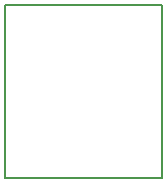
<source format=gbr>
G04 #@! TF.FileFunction,Profile,NP*
%FSLAX46Y46*%
G04 Gerber Fmt 4.6, Leading zero omitted, Abs format (unit mm)*
G04 Created by KiCad (PCBNEW 0.201602201416+6573~42~ubuntu14.04.1-product) date jeu. 25 févr. 2016 00:10:31 CET*
%MOMM*%
G01*
G04 APERTURE LIST*
%ADD10C,0.100000*%
%ADD11C,0.150000*%
G04 APERTURE END LIST*
D10*
D11*
X168275000Y-87630000D02*
X181610000Y-87630000D01*
X168275000Y-102235000D02*
X168275000Y-87630000D01*
X181610000Y-102235000D02*
X168275000Y-102235000D01*
X181610000Y-87630000D02*
X181610000Y-102235000D01*
M02*

</source>
